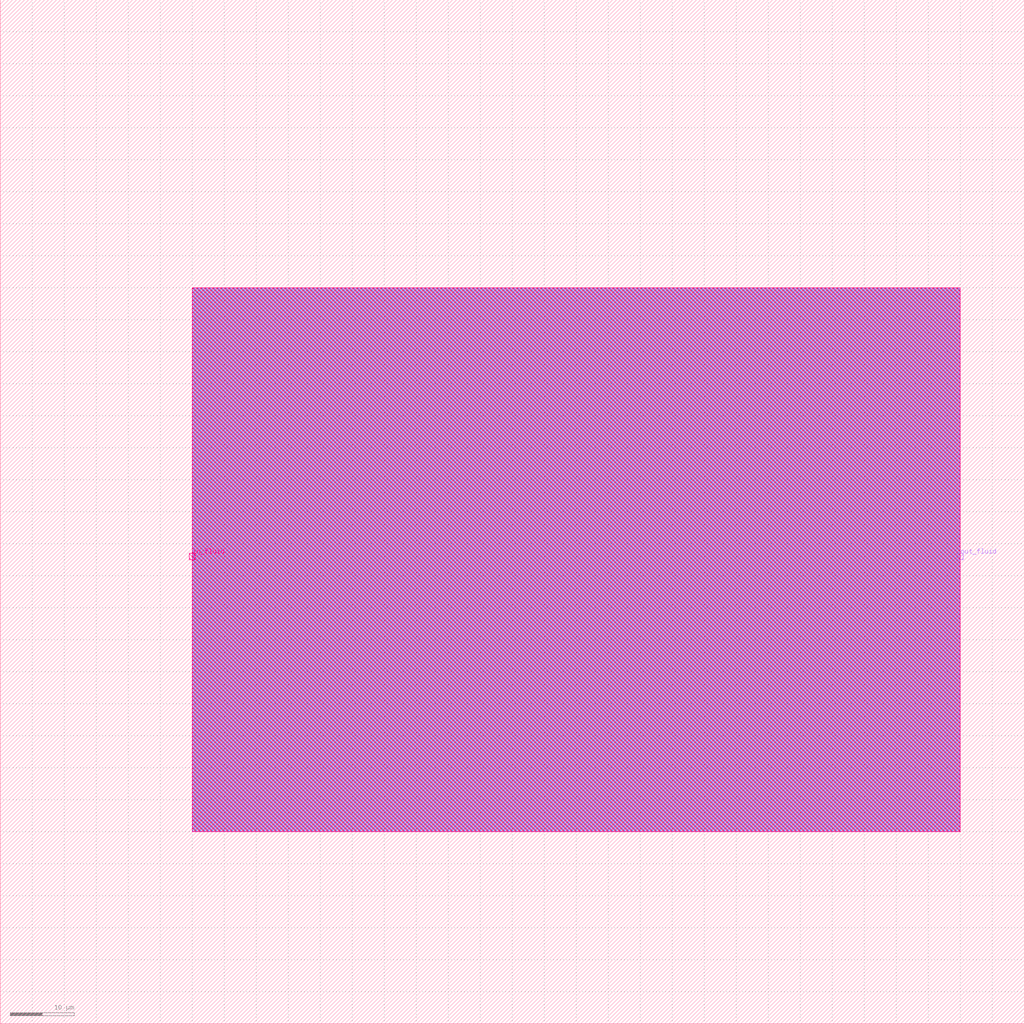
<source format=lef>

MACRO directional_res_600nl
  CLASS CORE ;
  ORIGIN  0 0 ;
  FOREIGN directional_res_600nl 0 0 ;
  SIZE 160 BY 160 ;
  SYMMETRY X Y ;
  SITE CoreSite ;
  PIN in_fluid
    DIRECTION INPUT ;
    USE SIGNAL ;
    PORT
      LAYER met6 ;
        RECT 29.5 72.5 30.5 73.5 ;
    END
  END in_fluid
  PIN out_fluid
    DIRECTION OUTPUT ;
    USE SIGNAL ;
    PORT
      LAYER met1 ;
        RECT 149.5 72.5 150.5 73.5 ;
    END
  END out_fluid
  OBS
    LAYER met1 ;
      RECT 30 30 150 115 ;
    LAYER met2 ;
      RECT 30 30 150 115 ;
    LAYER met3 ;
      RECT 30 30 150 115 ;
    LAYER met4 ;
      RECT 30 30 150 115 ;
    LAYER met5 ;
      RECT 30 30 150 115 ;
    LAYER met6 ;
      RECT 30 30 150 115 ;
  END
  PROPERTY CatenaDesignType "deviceLevel" ;
END directional_res_600nl

</source>
